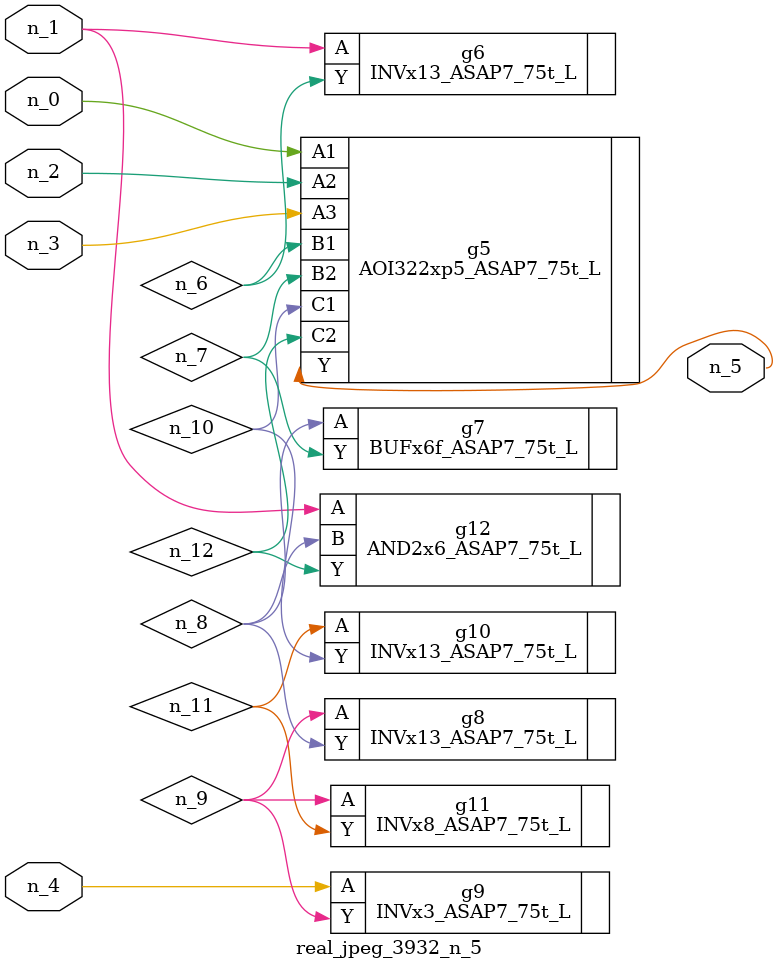
<source format=v>
module real_jpeg_3932_n_5 (n_4, n_0, n_1, n_2, n_3, n_5);

input n_4;
input n_0;
input n_1;
input n_2;
input n_3;

output n_5;

wire n_12;
wire n_8;
wire n_11;
wire n_6;
wire n_7;
wire n_10;
wire n_9;

AOI322xp5_ASAP7_75t_L g5 ( 
.A1(n_0),
.A2(n_2),
.A3(n_3),
.B1(n_6),
.B2(n_7),
.C1(n_10),
.C2(n_12),
.Y(n_5)
);

INVx13_ASAP7_75t_L g6 ( 
.A(n_1),
.Y(n_6)
);

AND2x6_ASAP7_75t_L g12 ( 
.A(n_1),
.B(n_8),
.Y(n_12)
);

INVx3_ASAP7_75t_L g9 ( 
.A(n_4),
.Y(n_9)
);

BUFx6f_ASAP7_75t_L g7 ( 
.A(n_8),
.Y(n_7)
);

INVx13_ASAP7_75t_L g8 ( 
.A(n_9),
.Y(n_8)
);

INVx8_ASAP7_75t_L g11 ( 
.A(n_9),
.Y(n_11)
);

INVx13_ASAP7_75t_L g10 ( 
.A(n_11),
.Y(n_10)
);


endmodule
</source>
